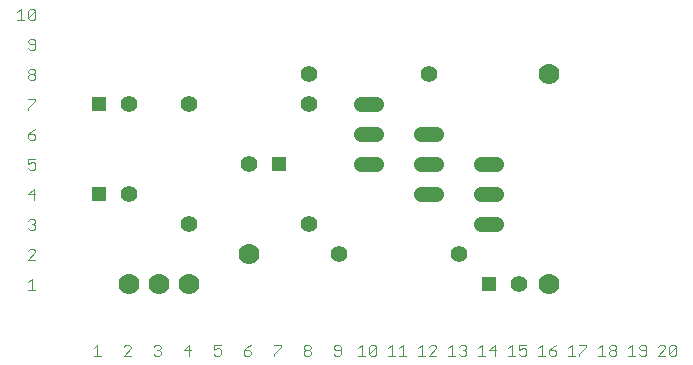
<source format=gtl>
G75*
%MOIN*%
%OFA0B0*%
%FSLAX25Y25*%
%IPPOS*%
%LPD*%
%AMOC8*
5,1,8,0,0,1.08239X$1,22.5*
%
%ADD10C,0.00300*%
%ADD11C,0.05543*%
%ADD12R,0.04756X0.04756*%
%ADD13C,0.07000*%
%ADD14C,0.05150*%
D10*
X0028008Y0016487D02*
X0030477Y0016487D01*
X0029242Y0016487D02*
X0029242Y0020190D01*
X0028008Y0018956D01*
X0038008Y0019573D02*
X0038625Y0020190D01*
X0039860Y0020190D01*
X0040477Y0019573D01*
X0040477Y0018956D01*
X0038008Y0016487D01*
X0040477Y0016487D01*
X0048008Y0017104D02*
X0048625Y0016487D01*
X0049860Y0016487D01*
X0050477Y0017104D01*
X0050477Y0017721D01*
X0049860Y0018339D01*
X0049242Y0018339D01*
X0049860Y0018339D02*
X0050477Y0018956D01*
X0050477Y0019573D01*
X0049860Y0020190D01*
X0048625Y0020190D01*
X0048008Y0019573D01*
X0058008Y0018339D02*
X0060477Y0018339D01*
X0059860Y0020190D02*
X0059860Y0016487D01*
X0058008Y0018339D02*
X0059860Y0020190D01*
X0068008Y0020190D02*
X0068008Y0018339D01*
X0069242Y0018956D01*
X0069860Y0018956D01*
X0070477Y0018339D01*
X0070477Y0017104D01*
X0069860Y0016487D01*
X0068625Y0016487D01*
X0068008Y0017104D01*
X0068008Y0020190D02*
X0070477Y0020190D01*
X0078008Y0018339D02*
X0078008Y0017104D01*
X0078625Y0016487D01*
X0079860Y0016487D01*
X0080477Y0017104D01*
X0080477Y0017721D01*
X0079860Y0018339D01*
X0078008Y0018339D01*
X0079242Y0019573D01*
X0080477Y0020190D01*
X0088008Y0020190D02*
X0090477Y0020190D01*
X0090477Y0019573D01*
X0088008Y0017104D01*
X0088008Y0016487D01*
X0098008Y0017104D02*
X0098008Y0017721D01*
X0098625Y0018339D01*
X0099860Y0018339D01*
X0100477Y0017721D01*
X0100477Y0017104D01*
X0099860Y0016487D01*
X0098625Y0016487D01*
X0098008Y0017104D01*
X0098625Y0018339D02*
X0098008Y0018956D01*
X0098008Y0019573D01*
X0098625Y0020190D01*
X0099860Y0020190D01*
X0100477Y0019573D01*
X0100477Y0018956D01*
X0099860Y0018339D01*
X0108008Y0018956D02*
X0108625Y0018339D01*
X0110477Y0018339D01*
X0110477Y0019573D02*
X0110477Y0017104D01*
X0109860Y0016487D01*
X0108625Y0016487D01*
X0108008Y0017104D01*
X0108008Y0018956D02*
X0108008Y0019573D01*
X0108625Y0020190D01*
X0109860Y0020190D01*
X0110477Y0019573D01*
X0116166Y0018956D02*
X0117401Y0020190D01*
X0117401Y0016487D01*
X0118635Y0016487D02*
X0116166Y0016487D01*
X0119850Y0017104D02*
X0119850Y0019573D01*
X0120467Y0020190D01*
X0121701Y0020190D01*
X0122318Y0019573D01*
X0119850Y0017104D01*
X0120467Y0016487D01*
X0121701Y0016487D01*
X0122318Y0017104D01*
X0122318Y0019573D01*
X0126166Y0018956D02*
X0127401Y0020190D01*
X0127401Y0016487D01*
X0128635Y0016487D02*
X0126166Y0016487D01*
X0129850Y0016487D02*
X0132318Y0016487D01*
X0131084Y0016487D02*
X0131084Y0020190D01*
X0129850Y0018956D01*
X0136166Y0018956D02*
X0137401Y0020190D01*
X0137401Y0016487D01*
X0138635Y0016487D02*
X0136166Y0016487D01*
X0139850Y0016487D02*
X0142318Y0018956D01*
X0142318Y0019573D01*
X0141701Y0020190D01*
X0140467Y0020190D01*
X0139850Y0019573D01*
X0139850Y0016487D02*
X0142318Y0016487D01*
X0146166Y0016487D02*
X0148635Y0016487D01*
X0147401Y0016487D02*
X0147401Y0020190D01*
X0146166Y0018956D01*
X0149850Y0019573D02*
X0150467Y0020190D01*
X0151701Y0020190D01*
X0152318Y0019573D01*
X0152318Y0018956D01*
X0151701Y0018339D01*
X0152318Y0017721D01*
X0152318Y0017104D01*
X0151701Y0016487D01*
X0150467Y0016487D01*
X0149850Y0017104D01*
X0151084Y0018339D02*
X0151701Y0018339D01*
X0156166Y0018956D02*
X0157401Y0020190D01*
X0157401Y0016487D01*
X0158635Y0016487D02*
X0156166Y0016487D01*
X0159850Y0018339D02*
X0162318Y0018339D01*
X0161701Y0020190D02*
X0161701Y0016487D01*
X0159850Y0018339D02*
X0161701Y0020190D01*
X0166166Y0018956D02*
X0167401Y0020190D01*
X0167401Y0016487D01*
X0168635Y0016487D02*
X0166166Y0016487D01*
X0169850Y0017104D02*
X0170467Y0016487D01*
X0171701Y0016487D01*
X0172318Y0017104D01*
X0172318Y0018339D01*
X0171701Y0018956D01*
X0171084Y0018956D01*
X0169850Y0018339D01*
X0169850Y0020190D01*
X0172318Y0020190D01*
X0176166Y0018956D02*
X0177401Y0020190D01*
X0177401Y0016487D01*
X0178635Y0016487D02*
X0176166Y0016487D01*
X0179850Y0017104D02*
X0179850Y0018339D01*
X0181701Y0018339D01*
X0182318Y0017721D01*
X0182318Y0017104D01*
X0181701Y0016487D01*
X0180467Y0016487D01*
X0179850Y0017104D01*
X0179850Y0018339D02*
X0181084Y0019573D01*
X0182318Y0020190D01*
X0186166Y0018956D02*
X0187401Y0020190D01*
X0187401Y0016487D01*
X0188635Y0016487D02*
X0186166Y0016487D01*
X0189850Y0016487D02*
X0189850Y0017104D01*
X0192318Y0019573D01*
X0192318Y0020190D01*
X0189850Y0020190D01*
X0196166Y0018956D02*
X0197401Y0020190D01*
X0197401Y0016487D01*
X0198635Y0016487D02*
X0196166Y0016487D01*
X0199850Y0017104D02*
X0199850Y0017721D01*
X0200467Y0018339D01*
X0201701Y0018339D01*
X0202318Y0017721D01*
X0202318Y0017104D01*
X0201701Y0016487D01*
X0200467Y0016487D01*
X0199850Y0017104D01*
X0200467Y0018339D02*
X0199850Y0018956D01*
X0199850Y0019573D01*
X0200467Y0020190D01*
X0201701Y0020190D01*
X0202318Y0019573D01*
X0202318Y0018956D01*
X0201701Y0018339D01*
X0206166Y0018956D02*
X0207401Y0020190D01*
X0207401Y0016487D01*
X0208635Y0016487D02*
X0206166Y0016487D01*
X0209850Y0017104D02*
X0210467Y0016487D01*
X0211701Y0016487D01*
X0212318Y0017104D01*
X0212318Y0019573D01*
X0211701Y0020190D01*
X0210467Y0020190D01*
X0209850Y0019573D01*
X0209850Y0018956D01*
X0210467Y0018339D01*
X0212318Y0018339D01*
X0216166Y0019573D02*
X0216784Y0020190D01*
X0218018Y0020190D01*
X0218635Y0019573D01*
X0218635Y0018956D01*
X0216166Y0016487D01*
X0218635Y0016487D01*
X0219850Y0017104D02*
X0222318Y0019573D01*
X0222318Y0017104D01*
X0221701Y0016487D01*
X0220467Y0016487D01*
X0219850Y0017104D01*
X0219850Y0019573D01*
X0220467Y0020190D01*
X0221701Y0020190D01*
X0222318Y0019573D01*
X0008635Y0038487D02*
X0006166Y0038487D01*
X0007401Y0038487D02*
X0007401Y0042190D01*
X0006166Y0040956D01*
X0006166Y0048487D02*
X0008635Y0050956D01*
X0008635Y0051573D01*
X0008018Y0052190D01*
X0006784Y0052190D01*
X0006166Y0051573D01*
X0006166Y0048487D02*
X0008635Y0048487D01*
X0008018Y0058487D02*
X0006784Y0058487D01*
X0006166Y0059104D01*
X0007401Y0060339D02*
X0008018Y0060339D01*
X0008635Y0059721D01*
X0008635Y0059104D01*
X0008018Y0058487D01*
X0008018Y0060339D02*
X0008635Y0060956D01*
X0008635Y0061573D01*
X0008018Y0062190D01*
X0006784Y0062190D01*
X0006166Y0061573D01*
X0008018Y0068487D02*
X0008018Y0072190D01*
X0006166Y0070339D01*
X0008635Y0070339D01*
X0008018Y0078487D02*
X0006784Y0078487D01*
X0006166Y0079104D01*
X0006166Y0080339D02*
X0007401Y0080956D01*
X0008018Y0080956D01*
X0008635Y0080339D01*
X0008635Y0079104D01*
X0008018Y0078487D01*
X0006166Y0080339D02*
X0006166Y0082190D01*
X0008635Y0082190D01*
X0008018Y0088487D02*
X0008635Y0089104D01*
X0008635Y0089721D01*
X0008018Y0090339D01*
X0006166Y0090339D01*
X0006166Y0089104D01*
X0006784Y0088487D01*
X0008018Y0088487D01*
X0006166Y0090339D02*
X0007401Y0091573D01*
X0008635Y0092190D01*
X0006166Y0098487D02*
X0006166Y0099104D01*
X0008635Y0101573D01*
X0008635Y0102190D01*
X0006166Y0102190D01*
X0006784Y0108487D02*
X0006166Y0109104D01*
X0006166Y0109721D01*
X0006784Y0110339D01*
X0008018Y0110339D01*
X0008635Y0109721D01*
X0008635Y0109104D01*
X0008018Y0108487D01*
X0006784Y0108487D01*
X0006784Y0110339D02*
X0006166Y0110956D01*
X0006166Y0111573D01*
X0006784Y0112190D01*
X0008018Y0112190D01*
X0008635Y0111573D01*
X0008635Y0110956D01*
X0008018Y0110339D01*
X0008018Y0118487D02*
X0008635Y0119104D01*
X0008635Y0121573D01*
X0008018Y0122190D01*
X0006784Y0122190D01*
X0006166Y0121573D01*
X0006166Y0120956D01*
X0006784Y0120339D01*
X0008635Y0120339D01*
X0006784Y0118487D02*
X0006166Y0119104D01*
X0006784Y0118487D02*
X0008018Y0118487D01*
X0008018Y0128487D02*
X0006784Y0128487D01*
X0006166Y0129104D01*
X0008635Y0131573D01*
X0008635Y0129104D01*
X0008018Y0128487D01*
X0006166Y0129104D02*
X0006166Y0131573D01*
X0006784Y0132190D01*
X0008018Y0132190D01*
X0008635Y0131573D01*
X0004952Y0128487D02*
X0002483Y0128487D01*
X0003718Y0128487D02*
X0003718Y0132190D01*
X0002483Y0130956D01*
D11*
X0039700Y0100337D03*
X0059700Y0100337D03*
X0079700Y0080337D03*
X0099700Y0060337D03*
X0109700Y0050337D03*
X0149700Y0050337D03*
X0169700Y0040337D03*
X0099700Y0100337D03*
X0099700Y0110337D03*
X0139700Y0110337D03*
X0059700Y0060337D03*
X0039700Y0070337D03*
D12*
X0029700Y0070337D03*
X0029700Y0100337D03*
X0089700Y0080337D03*
X0159700Y0040337D03*
D13*
X0179700Y0040337D03*
X0079700Y0050337D03*
X0059700Y0040337D03*
X0049700Y0040337D03*
X0039700Y0040337D03*
X0179700Y0110337D03*
D14*
X0142274Y0090337D02*
X0137125Y0090337D01*
X0122274Y0090337D02*
X0117125Y0090337D01*
X0117125Y0100337D02*
X0122274Y0100337D01*
X0122274Y0080337D02*
X0117125Y0080337D01*
X0137125Y0080337D02*
X0142274Y0080337D01*
X0157125Y0080337D02*
X0162274Y0080337D01*
X0162274Y0070337D02*
X0157125Y0070337D01*
X0142274Y0070337D02*
X0137125Y0070337D01*
X0157125Y0060337D02*
X0162274Y0060337D01*
M02*

</source>
